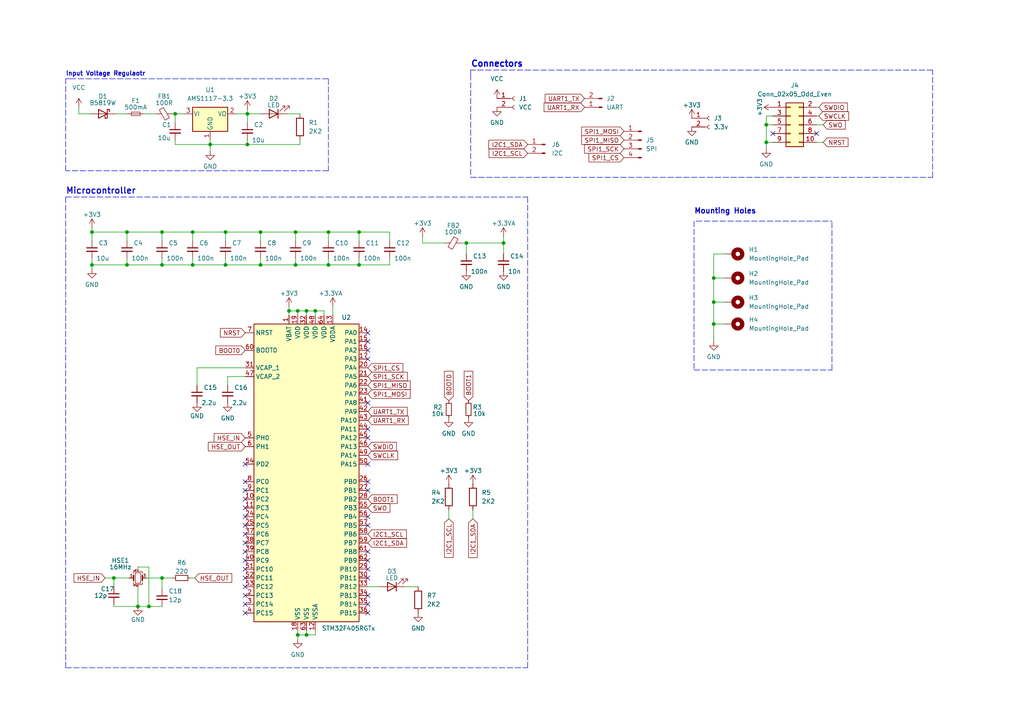
<source format=kicad_sch>
(kicad_sch (version 20211123) (generator eeschema)
  (paper "A4")
  (title_block (title "STM32F4 breakout") (date "2023-01-15") (rev "V1") (company "from Philip's Lab") (comment 1 "Hardware Desing"))
  (lib_symbols
    (symbol "+3.3V_1" (power) (pin_numbers hide) (pin_names (offset 0) hide)
      (property "Value" "+3.3V_1" (at 0 3.556 0))
      (symbol "+3.3V_1_0_1"
        (polyline (pts (xy -0.762 1.27) (xy 0 2.54)))
        (polyline (pts (xy 0 0) (xy 0 2.54)))
        (polyline (pts (xy 0 2.54) (xy 0.762 1.27)))
      )
      (symbol "+3.3V_1_1_1"
        (pin power_in line (at 0 0 90) (length 0) hide (name "+3V3") (number "1"))
      )
    )
    (symbol "Connector:Conn_01x02_Female" (pin_names (offset 1.016) hide)
      (property "Reference" "J" (at 0 2.54 0))
      (property "Value" "Conn_01x02_Female" (at 0 -5.08 0))
      (symbol "Conn_01x02_Female_1_1"
        (arc (start 0 -2.032) (mid -0.508 -2.54) (end 0 -3.048) (stroke (width 0.1524)))
        (polyline (pts (xy -1.27 -2.54) (xy -0.508 -2.54)) (stroke (width 0.1524)))
        (polyline (pts (xy -1.27 0) (xy -0.508 0)) (stroke (width 0.1524)))
        (arc (start 0 0.508) (mid -0.508 0) (end 0 -0.508) (stroke (width 0.1524)))
        (pin passive line (at -5.08 0 0) (length 3.81) (name "Pin_1") (number "1"))
        (pin passive line (at -5.08 -2.54 0) (length 3.81) (name "Pin_2") (number "2"))
      )
    )
    (symbol "Connector:Conn_01x02_Male" (pin_names (offset 1.016) hide)
      (property "Reference" "J" (at 0 2.54 0))
      (property "Value" "Conn_01x02_Male" (at 0 -5.08 0))
      (symbol "Conn_01x02_Male_1_1"
        (polyline (pts (xy 1.27 -2.54) (xy 0.8636 -2.54)) (stroke (width 0.1524)))
        (polyline (pts (xy 1.27 0) (xy 0.8636 0)) (stroke (width 0.1524)))
        (rectangle (start 0.8636 -2.413) (end 0 -2.667) (stroke (width 0.1524)) (fill (type outline)))
        (rectangle (start 0.8636 0.127) (end 0 -0.127) (stroke (width 0.1524)) (fill (type outline)))
        (pin passive line (at 5.08 0 180) (length 3.81) (name "Pin_1") (number "1"))
        (pin passive line (at 5.08 -2.54 180) (length 3.81) (name "Pin_2") (number "2"))
      )
    )
    (symbol "Connector:Conn_01x04_Male" (pin_names (offset 1.016) hide)
      (property "Reference" "J" (at 0 5.08 0))
      (property "Value" "Conn_01x04_Male" (at 0 -7.62 0))
      (symbol "Conn_01x04_Male_1_1"
        (polyline (pts (xy 1.27 -5.08) (xy 0.8636 -5.08)) (stroke (width 0.1524)))
        (polyline (pts (xy 1.27 -2.54) (xy 0.8636 -2.54)) (stroke (width 0.1524)))
        (polyline (pts (xy 1.27 0) (xy 0.8636 0)) (stroke (width 0.1524)))
        (polyline (pts (xy 1.27 2.54) (xy 0.8636 2.54)) (stroke (width 0.1524)))
        (rectangle (start 0.8636 -4.953) (end 0 -5.207) (stroke (width 0.1524)) (fill (type outline)))
        (rectangle (start 0.8636 -2.413) (end 0 -2.667) (stroke (width 0.1524)) (fill (type outline)))
        (rectangle (start 0.8636 0.127) (end 0 -0.127) (stroke (width 0.1524)) (fill (type outline)))
        (rectangle (start 0.8636 2.667) (end 0 2.413) (stroke (width 0.1524)) (fill (type outline)))
        (pin passive line (at 5.08 2.54 180) (length 3.81) (name "Pin_1") (number "1"))
        (pin passive line (at 5.08 0 180) (length 3.81) (name "Pin_2") (number "2"))
        (pin passive line (at 5.08 -2.54 180) (length 3.81) (name "Pin_3") (number "3"))
        (pin passive line (at 5.08 -5.08 180) (length 3.81) (name "Pin_4") (number "4"))
      )
    )
    (symbol "Connector_Generic:Conn_02x05_Odd_Even" (pin_names (offset 1.016) hide)
      (property "Reference" "J" (at 1.27 7.62 0))
      (property "Value" "Conn_02x05_Odd_Even" (at 1.27 -7.62 0))
      (symbol "Conn_02x05_Odd_Even_1_1"
        (rectangle (start -1.27 -4.953) (end 0 -5.207) (stroke (width 0.1524)))
        (rectangle (start -1.27 -2.413) (end 0 -2.667) (stroke (width 0.1524)))
        (rectangle (start -1.27 0.127) (end 0 -0.127) (stroke (width 0.1524)))
        (rectangle (start -1.27 2.667) (end 0 2.413) (stroke (width 0.1524)))
        (rectangle (start -1.27 5.207) (end 0 4.953) (stroke (width 0.1524)))
        (rectangle (start -1.27 6.35) (end 3.81 -6.35) (stroke (width 0.254)) (fill (type background)))
        (rectangle (start 3.81 -4.953) (end 2.54 -5.207) (stroke (width 0.1524)))
        (rectangle (start 3.81 -2.413) (end 2.54 -2.667) (stroke (width 0.1524)))
        (rectangle (start 3.81 0.127) (end 2.54 -0.127) (stroke (width 0.1524)))
        (rectangle (start 3.81 2.667) (end 2.54 2.413) (stroke (width 0.1524)))
        (rectangle (start 3.81 5.207) (end 2.54 4.953) (stroke (width 0.1524)))
        (pin passive line (at -5.08 5.08 0) (length 3.81) (name "Pin_1") (number "1"))
        (pin passive line (at 7.62 -5.08 180) (length 3.81) (name "Pin_10") (number "10"))
        (pin passive line (at 7.62 5.08 180) (length 3.81) (name "Pin_2") (number "2"))
        (pin passive line (at -5.08 2.54 0) (length 3.81) (name "Pin_3") (number "3"))
        (pin passive line (at 7.62 2.54 180) (length 3.81) (name "Pin_4") (number "4"))
        (pin passive line (at -5.08 0 0) (length 3.81) (name "Pin_5") (number "5"))
        (pin passive line (at 7.62 0 180) (length 3.81) (name "Pin_6") (number "6"))
        (pin passive line (at -5.08 -2.54 0) (length 3.81) (name "Pin_7") (number "7"))
        (pin passive line (at 7.62 -2.54 180) (length 3.81) (name "Pin_8") (number "8"))
        (pin passive line (at -5.08 -5.08 0) (length 3.81) (name "Pin_9") (number "9"))
      )
    )
    (symbol "Device:C_Small" (pin_numbers hide) (pin_names (offset 0.254) hide)
      (property "Reference" "C" (at 0.254 1.778 0))
      (property "Value" "C_Small" (at 0.254 -2.032 0))
      (symbol "C_Small_0_1"
        (polyline (pts (xy -1.524 -0.508) (xy 1.524 -0.508)) (stroke (width 0.3302)))
        (polyline (pts (xy -1.524 0.508) (xy 1.524 0.508)) (stroke (width 0.3048)))
      )
      (symbol "C_Small_1_1"
        (pin passive line (at 0 2.54 270) (length 2.032) (name "~") (number "1"))
        (pin passive line (at 0 -2.54 90) (length 2.032) (name "~") (number "2"))
      )
    )
    (symbol "Device:Crystal_GND24_Small" (pin_names (offset 1.016) hide)
      (property "Reference" "Y" (at 1.27 4.445 0))
      (property "Value" "Crystal_GND24_Small" (at 1.27 2.54 0))
      (symbol "Crystal_GND24_Small_0_1"
        (rectangle (start -0.762 -1.524) (end 0.762 1.524))
        (polyline (pts (xy -1.27 -0.762) (xy -1.27 0.762)) (stroke (width 0.381)))
        (polyline (pts (xy 1.27 -0.762) (xy 1.27 0.762)) (stroke (width 0.381)))
        (polyline (pts (xy -1.27 -1.27) (xy -1.27 -1.905) (xy 1.27 -1.905) (xy 1.27 -1.27)))
        (polyline (pts (xy -1.27 1.27) (xy -1.27 1.905) (xy 1.27 1.905) (xy 1.27 1.27)))
      )
      (symbol "Crystal_GND24_Small_1_1"
        (pin passive line (at -2.54 0 0) (length 1.27) (name "1") (number "1"))
        (pin passive line (at 0 -2.54 90) (length 0.635) (name "2") (number "2"))
        (pin passive line (at 2.54 0 180) (length 1.27) (name "3") (number "3"))
        (pin passive line (at 0 2.54 270) (length 0.635) (name "4") (number "4"))
      )
    )
    (symbol "Device:FerriteBead_Small" (pin_numbers hide) (pin_names (offset 0))
      (property "Reference" "FB" (at 1.905 1.27 0))
      (property "Value" "FerriteBead_Small" (at 1.905 -1.27 0))
      (symbol "FerriteBead_Small_0_1"
        (polyline (pts (xy 0 -1.27) (xy 0 -0.7874)))
        (polyline (pts (xy 0 0.889) (xy 0 1.2954)))
        (polyline (pts (xy -1.8288 0.2794) (xy -1.1176 1.4986) (xy 1.8288 -0.2032) (xy 1.1176 -1.4224) (xy -1.8288 0.2794)))
      )
      (symbol "FerriteBead_Small_1_1"
        (pin passive line (at 0 2.54 270) (length 1.27) (name "~") (number "1"))
        (pin passive line (at 0 -2.54 90) (length 1.27) (name "~") (number "2"))
      )
    )
    (symbol "Device:Fuse_Small" (pin_numbers hide) (pin_names (offset 0.254) hide)
      (property "Reference" "F" (at 0 -1.524 0))
      (property "Value" "Fuse_Small" (at 0 1.524 0))
      (symbol "Fuse_Small_0_1"
        (rectangle (start -1.27 0.508) (end 1.27 -0.508))
        (polyline (pts (xy -1.27 0) (xy 1.27 0)))
      )
      (symbol "Fuse_Small_1_1"
        (pin passive line (at -2.54 0 0) (length 1.27) (name "~") (number "1"))
        (pin passive line (at 2.54 0 180) (length 1.27) (name "~") (number "2"))
      )
    )
    (symbol "Device:LED" (pin_numbers hide) (pin_names (offset 1.016) hide)
      (property "Reference" "D" (at 0 2.54 0))
      (property "Value" "LED" (at 0 -2.54 0))
      (symbol "LED_0_1"
        (polyline (pts (xy -1.27 -1.27) (xy -1.27 1.27)) (stroke (width 0.254)))
        (polyline (pts (xy -1.27 0) (xy 1.27 0)))
        (polyline (pts (xy 1.27 -1.27) (xy 1.27 1.27) (xy -1.27 0) (xy 1.27 -1.27)) (stroke (width 0.254)))
        (polyline (pts (xy -3.048 -0.762) (xy -4.572 -2.286) (xy -3.81 -2.286) (xy -4.572 -2.286) (xy -4.572 -1.524)))
        (polyline (pts (xy -1.778 -0.762) (xy -3.302 -2.286) (xy -2.54 -2.286) (xy -3.302 -2.286) (xy -3.302 -1.524)))
      )
      (symbol "LED_1_1"
        (pin passive line (at -3.81 0 0) (length 2.54) (name "K") (number "1"))
        (pin passive line (at 3.81 0 180) (length 2.54) (name "A") (number "2"))
      )
    )
    (symbol "Device:R" (pin_numbers hide) (pin_names (offset 0))
      (property "Reference" "R" (at 2.032 0 90))
      (property "Value" "R" (at 0 0 90))
      (symbol "R_0_1"
        (rectangle (start -1.016 -2.54) (end 1.016 2.54) (stroke (width 0.254)))
      )
      (symbol "R_1_1"
        (pin passive line (at 0 3.81 270) (length 1.27) (name "~") (number "1"))
        (pin passive line (at 0 -3.81 90) (length 1.27) (name "~") (number "2"))
      )
    )
    (symbol "Device:R_Small" (pin_numbers hide) (pin_names (offset 0.254) hide)
      (property "Reference" "R" (at 0.762 0.508 0))
      (property "Value" "R_Small" (at 0.762 -1.016 0))
      (symbol "R_Small_0_1"
        (rectangle (start -0.762 1.778) (end 0.762 -1.778) (stroke (width 0.2032)))
      )
      (symbol "R_Small_1_1"
        (pin passive line (at 0 2.54 270) (length 0.762) (name "~") (number "1"))
        (pin passive line (at 0 -2.54 90) (length 0.762) (name "~") (number "2"))
      )
    )
    (symbol "Diode:DSB5712" (pin_numbers hide) (pin_names (offset 1.016) hide)
      (property "Reference" "D" (at 0 2.54 0))
      (property "Value" "DSB5712" (at 0 -2.54 0))
      (symbol "DSB5712_0_1"
        (polyline (pts (xy 1.27 0) (xy -1.27 0)))
        (polyline (pts (xy 1.27 1.27) (xy 1.27 -1.27) (xy -1.27 0) (xy 1.27 1.27)) (stroke (width 0.254)))
        (polyline (pts (xy -1.905 0.635) (xy -1.905 1.27) (xy -1.27 1.27) (xy -1.27 -1.27) (xy -0.635 -1.27) (xy -0.635 -0.635)) (stroke (width 0.254)))
      )
      (symbol "DSB5712_1_1"
        (pin passive line (at -3.81 0 0) (length 2.54) (name "K") (number "1"))
        (pin passive line (at 3.81 0 180) (length 2.54) (name "A") (number "2"))
      )
    )
    (symbol "MCU_ST_STM32F4:STM32F405RGTx"
      (property "Reference" "U" (at -15.24 44.45 0))
      (property "Value" "STM32F405RGTx" (at 10.16 44.45 0))
      (symbol "STM32F405RGTx_0_1"
        (rectangle (start -15.24 -43.18) (end 15.24 43.18) (stroke (width 0.254)) (fill (type background)))
      )
      (symbol "STM32F405RGTx_1_1"
        (pin power_in line (at -5.08 45.72 270) (length 2.54) (name "VBAT") (number "1"))
        (pin bidirectional line (at -17.78 -7.62 0) (length 2.54) (name "PC2") (number "10"))
        (pin bidirectional line (at -17.78 -10.16 0) (length 2.54) (name "PC3") (number "11"))
        (pin power_in line (at 2.54 -45.72 90) (length 2.54) (name "VSSA") (number "12"))
        (pin power_in line (at 7.62 45.72 270) (length 2.54) (name "VDDA") (number "13"))
        (pin bidirectional line (at 17.78 40.64 180) (length 2.54) (name "PA0") (number "14"))
        (pin bidirectional line (at 17.78 38.1 180) (length 2.54) (name "PA1") (number "15"))
        (pin bidirectional line (at 17.78 35.56 180) (length 2.54) (name "PA2") (number "16"))
        (pin bidirectional line (at 17.78 33.02 180) (length 2.54) (name "PA3") (number "17"))
        (pin power_in line (at -2.54 -45.72 90) (length 2.54) (name "VSS") (number "18"))
        (pin power_in line (at -2.54 45.72 270) (length 2.54) (name "VDD") (number "19"))
        (pin bidirectional line (at -17.78 -35.56 0) (length 2.54) (name "PC13") (number "2"))
        (pin bidirectional line (at 17.78 30.48 180) (length 2.54) (name "PA4") (number "20"))
        (pin bidirectional line (at 17.78 27.94 180) (length 2.54) (name "PA5") (number "21"))
        (pin bidirectional line (at 17.78 25.4 180) (length 2.54) (name "PA6") (number "22"))
        (pin bidirectional line (at 17.78 22.86 180) (length 2.54) (name "PA7") (number "23"))
        (pin bidirectional line (at -17.78 -12.7 0) (length 2.54) (name "PC4") (number "24"))
        (pin bidirectional line (at -17.78 -15.24 0) (length 2.54) (name "PC5") (number "25"))
        (pin bidirectional line (at 17.78 -2.54 180) (length 2.54) (name "PB0") (number "26"))
        (pin bidirectional line (at 17.78 -5.08 180) (length 2.54) (name "PB1") (number "27"))
        (pin bidirectional line (at 17.78 -7.62 180) (length 2.54) (name "PB2") (number "28"))
        (pin bidirectional line (at 17.78 -27.94 180) (length 2.54) (name "PB10") (number "29"))
        (pin bidirectional line (at -17.78 -38.1 0) (length 2.54) (name "PC14") (number "3"))
        (pin bidirectional line (at 17.78 -30.48 180) (length 2.54) (name "PB11") (number "30"))
        (pin power_in line (at -17.78 30.48 0) (length 2.54) (name "VCAP_1") (number "31"))
        (pin power_in line (at 0 45.72 270) (length 2.54) (name "VDD") (number "32"))
        (pin bidirectional line (at 17.78 -33.02 180) (length 2.54) (name "PB12") (number "33"))
        (pin bidirectional line (at 17.78 -35.56 180) (length 2.54) (name "PB13") (number "34"))
        (pin bidirectional line (at 17.78 -38.1 180) (length 2.54) (name "PB14") (number "35"))
        (pin bidirectional line (at 17.78 -40.64 180) (length 2.54) (name "PB15") (number "36"))
        (pin bidirectional line (at -17.78 -17.78 0) (length 2.54) (name "PC6") (number "37"))
        (pin bidirectional line (at -17.78 -20.32 0) (length 2.54) (name "PC7") (number "38"))
        (pin bidirectional line (at -17.78 -22.86 0) (length 2.54) (name "PC8") (number "39"))
        (pin bidirectional line (at -17.78 -40.64 0) (length 2.54) (name "PC15") (number "4"))
        (pin bidirectional line (at -17.78 -25.4 0) (length 2.54) (name "PC9") (number "40"))
        (pin bidirectional line (at 17.78 20.32 180) (length 2.54) (name "PA8") (number "41"))
        (pin bidirectional line (at 17.78 17.78 180) (length 2.54) (name "PA9") (number "42"))
        (pin bidirectional line (at 17.78 15.24 180) (length 2.54) (name "PA10") (number "43"))
        (pin bidirectional line (at 17.78 12.7 180) (length 2.54) (name "PA11") (number "44"))
        (pin bidirectional line (at 17.78 10.16 180) (length 2.54) (name "PA12") (number "45"))
        (pin bidirectional line (at 17.78 7.62 180) (length 2.54) (name "PA13") (number "46"))
        (pin power_in line (at -17.78 27.94 0) (length 2.54) (name "VCAP_2") (number "47"))
        (pin power_in line (at 2.54 45.72 270) (length 2.54) (name "VDD") (number "48"))
        (pin bidirectional line (at 17.78 5.08 180) (length 2.54) (name "PA14") (number "49"))
        (pin input line (at -17.78 10.16 0) (length 2.54) (name "PH0") (number "5"))
        (pin bidirectional line (at 17.78 2.54 180) (length 2.54) (name "PA15") (number "50"))
        (pin bidirectional line (at -17.78 -27.94 0) (length 2.54) (name "PC10") (number "51"))
        (pin bidirectional line (at -17.78 -30.48 0) (length 2.54) (name "PC11") (number "52"))
        (pin bidirectional line (at -17.78 -33.02 0) (length 2.54) (name "PC12") (number "53"))
        (pin bidirectional line (at -17.78 2.54 0) (length 2.54) (name "PD2") (number "54"))
        (pin bidirectional line (at 17.78 -10.16 180) (length 2.54) (name "PB3") (number "55"))
        (pin bidirectional line (at 17.78 -12.7 180) (length 2.54) (name "PB4") (number "56"))
        (pin bidirectional line (at 17.78 -15.24 180) (length 2.54) (name "PB5") (number "57"))
        (pin bidirectional line (at 17.78 -17.78 180) (length 2.54) (name "PB6") (number "58"))
        (pin bidirectional line (at 17.78 -20.32 180) (length 2.54) (name "PB7") (number "59"))
        (pin input line (at -17.78 7.62 0) (length 2.54) (name "PH1") (number "6"))
        (pin input line (at -17.78 35.56 0) (length 2.54) (name "BOOT0") (number "60"))
        (pin bidirectional line (at 17.78 -22.86 180) (length 2.54) (name "PB8") (number "61"))
        (pin bidirectional line (at 17.78 -25.4 180) (length 2.54) (name "PB9") (number "62"))
        (pin power_in line (at 0 -45.72 90) (length 2.54) (name "VSS") (number "63"))
        (pin power_in line (at 5.08 45.72 270) (length 2.54) (name "VDD") (number "64"))
        (pin input line (at -17.78 40.64 0) (length 2.54) (name "NRST") (number "7"))
        (pin bidirectional line (at -17.78 -2.54 0) (length 2.54) (name "PC0") (number "8"))
        (pin bidirectional line (at -17.78 -5.08 0) (length 2.54) (name "PC1") (number "9"))
      )
    )
    (symbol "Mechanical:MountingHole_Pad" (pin_numbers hide) (pin_names (offset 1.016) hide)
      (property "Reference" "H" (at 0 6.35 0))
      (property "Value" "MountingHole_Pad" (at 0 4.445 0))
      (symbol "MountingHole_Pad_0_1"
        (circle (center 0 1.27) (radius 1.27) (stroke (width 1.27)))
      )
      (symbol "MountingHole_Pad_1_1"
        (pin input line (at 0 -2.54 90) (length 2.54) (name "1") (number "1"))
      )
    )
    (symbol "Regulator_Linear:AMS1117-3.3" (pin_names (offset 0.254))
      (property "Reference" "U" (at -3.81 3.175 0))
      (property "Value" "AMS1117-3.3" (at 0 3.175 0))
      (symbol "AMS1117-3.3_0_1"
        (rectangle (start -5.08 -5.08) (end 5.08 1.905) (stroke (width 0.254)) (fill (type background)))
      )
      (symbol "AMS1117-3.3_1_1"
        (pin power_in line (at 0 -7.62 90) (length 2.54) (name "GND") (number "1"))
        (pin power_out line (at 7.62 0 180) (length 2.54) (name "VO") (number "2"))
        (pin power_in line (at -7.62 0 0) (length 2.54) (name "VI") (number "3"))
      )
    )
    (symbol "VCC_1" (power) (pin_numbers hide) (pin_names (offset 0) hide)
      (property "Value" "VCC_1" (at 0 3.81 0))
      (symbol "VCC_1_0_1"
        (polyline (pts (xy -0.762 1.27) (xy 0 2.54)))
        (polyline (pts (xy 0 0) (xy 0 2.54)))
        (polyline (pts (xy 0 2.54) (xy 0.762 1.27)))
      )
      (symbol "VCC_1_1_1"
        (pin power_in line (at 0 0 90) (length 0) hide (name "VCC") (number "1"))
      )
    )
    (symbol "power:+3.3V" (power) (pin_names (offset 0))
      (property "Value" "+3.3V" (at 0 3.556 0))
      (symbol "+3.3V_0_1"
        (polyline (pts (xy -0.762 1.27) (xy 0 2.54)))
        (polyline (pts (xy 0 0) (xy 0 2.54)))
        (polyline (pts (xy 0 2.54) (xy 0.762 1.27)))
      )
      (symbol "+3.3V_1_1"
        (pin power_in line (at 0 0 90) (length 0) hide (name "+3V3") (number "1"))
      )
    )
    (symbol "power:+3.3VA" (power) (pin_numbers hide) (pin_names (offset 0) hide)
      (property "Value" "+3.3VA" (at 0 3.556 0))
      (symbol "+3.3VA_0_1"
        (polyline (pts (xy -0.762 1.27) (xy 0 2.54)))
        (polyline (pts (xy 0 0) (xy 0 2.54)))
        (polyline (pts (xy 0 2.54) (xy 0.762 1.27)))
      )
      (symbol "+3.3VA_1_1"
        (pin power_in line (at 0 0 90) (length 0) hide (name "+3.3VA") (number "1"))
      )
    )
    (symbol "power:GND" (power) (pin_numbers hide) (pin_names (offset 0) hide)
      (property "Value" "GND" (at 0 -3.81 0))
      (symbol "GND_0_1"
        (polyline (pts (xy 0 0) (xy 0 -1.27) (xy 1.27 -1.27) (xy 0 -2.54) (xy -1.27 -1.27) (xy 0 -1.27)))
      )
      (symbol "GND_1_1"
        (pin power_in line (at 0 0 270) (length 0) hide (name "GND") (number "1"))
      )
    )
    (symbol "power:VCC" (power) (pin_names (offset 0))
      (property "Value" "VCC" (at 0 3.81 0))
      (symbol "VCC_0_1"
        (polyline (pts (xy -0.762 1.27) (xy 0 2.54)))
        (polyline (pts (xy 0 0) (xy 0 2.54)))
        (polyline (pts (xy 0 2.54) (xy 0.762 1.27)))
      )
      (symbol "VCC_1_1"
        (pin power_in line (at 0 0 90) (length 0) hide (name "VCC") (number "1"))
      )
    )
  )
  (junction (at 36.83 76.835))
  (junction (at 104.14 76.835))
  (junction (at 135.255 70.485))
  (junction (at 65.405 76.835))
  (junction (at 207.01 93.98))
  (junction (at 88.9 184.15))
  (junction (at 104.14 67.31))
  (junction (at 46.99 167.64))
  (junction (at 50.8 33.02))
  (junction (at 46.99 76.835))
  (junction (at 222.25 36.195))
  (junction (at 91.44 90.17))
  (junction (at 33.02 167.64))
  (junction (at 26.67 76.835))
  (junction (at 207.01 87.63))
  (junction (at 85.725 67.31))
  (junction (at 88.9 90.17))
  (junction (at 95.25 76.835))
  (junction (at 146.05 70.485))
  (junction (at 46.99 67.31))
  (junction (at 71.755 41.91))
  (junction (at 222.25 41.275))
  (junction (at 207.01 80.645))
  (junction (at 86.36 184.15))
  (junction (at 95.25 67.31))
  (junction (at 40.005 175.895))
  (junction (at 55.88 67.31))
  (junction (at 43.18 175.895))
  (junction (at 55.88 76.835))
  (junction (at 71.755 33.02))
  (junction (at 36.83 67.31))
  (junction (at 26.67 67.31))
  (junction (at 75.565 76.835))
  (junction (at 85.725 76.835))
  (junction (at 75.565 67.31))
  (junction (at 86.36 90.17))
  (junction (at 83.82 90.17))
  (junction (at 60.96 41.91))
  (junction (at 65.405 67.31))
  (no_connect (at 106.68 162.56))
  (no_connect (at 71.12 152.4))
  (no_connect (at 106.68 101.6))
  (no_connect (at 71.12 160.02))
  (no_connect (at 71.12 147.32))
  (no_connect (at 71.12 177.8))
  (no_connect (at 106.68 142.24))
  (no_connect (at 71.12 167.64))
  (no_connect (at 224.155 38.735))
  (no_connect (at 71.12 144.78))
  (no_connect (at 106.68 99.06))
  (no_connect (at 106.68 124.46))
  (no_connect (at 106.68 152.4))
  (no_connect (at 106.68 134.62))
  (no_connect (at 71.12 157.48))
  (no_connect (at 106.68 172.72))
  (no_connect (at 71.12 139.7))
  (no_connect (at 106.68 116.84))
  (no_connect (at 106.68 127))
  (no_connect (at 106.68 96.52))
  (no_connect (at 106.68 175.26))
  (no_connect (at 106.68 149.86))
  (no_connect (at 71.12 149.86))
  (no_connect (at 106.68 177.8))
  (no_connect (at 106.68 167.64))
  (no_connect (at 71.12 175.26))
  (no_connect (at 71.12 162.56))
  (no_connect (at 106.68 165.1))
  (no_connect (at 71.12 154.94))
  (no_connect (at 71.12 172.72))
  (no_connect (at 106.68 160.02))
  (no_connect (at 71.12 170.18))
  (no_connect (at 106.68 139.7))
  (no_connect (at 71.12 165.1))
  (no_connect (at 106.68 104.14))
  (no_connect (at 71.12 134.62))
  (no_connect (at 71.12 142.24))
  (no_connect (at 236.855 38.735))
  (wire (pts (xy 83.82 90.17) (xy 86.36 90.17)))
  (wire (pts (xy 85.725 74.93) (xy 85.725 76.835)))
  (wire (pts (xy 146.05 70.485) (xy 146.05 73.66)))
  (wire (pts (xy 106.68 170.18) (xy 109.855 170.18)))
  (wire (pts (xy 224.155 33.655) (xy 222.25 33.655)))
  (wire (pts (xy 68.58 33.02) (xy 71.755 33.02)))
  (wire (pts (xy 95.25 67.31) (xy 104.14 67.31)))
  (polyline (pts (xy 95.25 49.53) (xy 76.835 49.53)))
  (wire (pts (xy 40.005 165.1) (xy 40.005 164.465)))
  (polyline (pts (xy 136.525 21.59) (xy 136.525 51.435)))
  (wire (pts (xy 85.725 76.835) (xy 95.25 76.835)))
  (wire (pts (xy 26.67 66.04) (xy 26.67 67.31)))
  (wire (pts (xy 33.02 175.895) (xy 40.005 175.895)))
  (wire (pts (xy 33.02 167.64) (xy 33.02 170.18)))
  (wire (pts (xy 55.88 76.835) (xy 65.405 76.835)))
  (wire (pts (xy 83.82 88.9) (xy 83.82 90.17)))
  (polyline (pts (xy 201.295 107.315) (xy 241.3 107.315)))
  (wire (pts (xy 236.855 33.655) (xy 237.49 33.655)))
  (wire (pts (xy 88.9 184.15) (xy 86.36 184.15)))
  (wire (pts (xy 55.245 167.64) (xy 56.515 167.64)))
  (wire (pts (xy 40.005 170.18) (xy 40.005 175.895)))
  (wire (pts (xy 207.01 87.63) (xy 207.01 93.98)))
  (wire (pts (xy 65.405 76.835) (xy 75.565 76.835)))
  (wire (pts (xy 113.03 67.31) (xy 113.03 69.85)))
  (wire (pts (xy 236.855 41.275) (xy 238.76 41.275)))
  (polyline (pts (xy 201.93 64.135) (xy 241.3 64.135)))
  (wire (pts (xy 135.255 70.485) (xy 146.05 70.485)))
  (wire (pts (xy 46.99 167.64) (xy 46.99 170.815)))
  (polyline (pts (xy 19.05 193.675) (xy 153.035 193.675)))
  (wire (pts (xy 236.855 36.195) (xy 238.76 36.195)))
  (wire (pts (xy 50.165 33.02) (xy 50.8 33.02)))
  (wire (pts (xy 46.99 76.835) (xy 55.88 76.835)))
  (wire (pts (xy 57.15 106.68) (xy 57.15 111.76)))
  (wire (pts (xy 71.755 41.91) (xy 60.96 41.91)))
  (wire (pts (xy 113.03 74.93) (xy 113.03 76.835)))
  (wire (pts (xy 113.03 76.835) (xy 104.14 76.835)))
  (wire (pts (xy 36.83 74.93) (xy 36.83 76.835)))
  (wire (pts (xy 236.855 31.115) (xy 237.49 31.115)))
  (polyline (pts (xy 77.47 49.53) (xy 19.05 49.53)))
  (wire (pts (xy 22.86 33.02) (xy 26.035 33.02)))
  (wire (pts (xy 50.8 33.02) (xy 53.34 33.02)))
  (wire (pts (xy 85.725 67.31) (xy 85.725 69.85)))
  (wire (pts (xy 88.9 182.88) (xy 88.9 184.15)))
  (polyline (pts (xy 153.035 193.675) (xy 153.035 57.15)))
  (wire (pts (xy 43.18 164.465) (xy 43.18 175.895)))
  (wire (pts (xy 86.36 90.17) (xy 88.9 90.17)))
  (wire (pts (xy 71.12 109.22) (xy 66.04 109.22)))
  (wire (pts (xy 86.36 184.15) (xy 86.36 185.42)))
  (wire (pts (xy 40.005 164.465) (xy 43.18 164.465)))
  (polyline (pts (xy 241.3 107.315) (xy 241.3 64.135)))
  (wire (pts (xy 210.185 73.66) (xy 207.01 73.66)))
  (wire (pts (xy 60.96 40.64) (xy 60.96 41.91)))
  (wire (pts (xy 91.44 182.88) (xy 91.44 184.15)))
  (wire (pts (xy 222.25 36.195) (xy 224.155 36.195)))
  (wire (pts (xy 91.44 90.17) (xy 91.44 91.44)))
  (wire (pts (xy 207.01 93.98) (xy 210.185 93.98)))
  (wire (pts (xy 75.565 74.93) (xy 75.565 76.835)))
  (wire (pts (xy 33.02 175.895) (xy 33.02 175.26)))
  (wire (pts (xy 95.25 67.31) (xy 95.25 69.85)))
  (wire (pts (xy 46.99 167.64) (xy 50.165 167.64)))
  (polyline (pts (xy 201.295 64.135) (xy 201.295 107.315)))
  (wire (pts (xy 207.01 80.645) (xy 210.185 80.645)))
  (wire (pts (xy 65.405 67.31) (xy 75.565 67.31)))
  (wire (pts (xy 75.565 67.31) (xy 75.565 69.85)))
  (polyline (pts (xy 20.32 22.86) (xy 77.47 22.86)))
  (wire (pts (xy 71.755 33.02) (xy 71.755 35.56)))
  (wire (pts (xy 26.67 67.31) (xy 36.83 67.31)))
  (polyline (pts (xy 136.525 20.32) (xy 136.525 22.225)))
  (wire (pts (xy 207.01 93.98) (xy 207.01 99.06)))
  (wire (pts (xy 137.16 147.955) (xy 137.16 150.495)))
  (wire (pts (xy 133.985 70.485) (xy 135.255 70.485)))
  (wire (pts (xy 50.8 33.02) (xy 50.8 35.56)))
  (wire (pts (xy 222.25 41.275) (xy 222.25 43.18)))
  (wire (pts (xy 122.555 68.58) (xy 122.555 70.485)))
  (wire (pts (xy 71.755 33.02) (xy 75.565 33.02)))
  (wire (pts (xy 46.99 175.895) (xy 43.18 175.895)))
  (wire (pts (xy 104.14 67.31) (xy 104.14 69.85)))
  (wire (pts (xy 55.88 74.93) (xy 55.88 76.835)))
  (polyline (pts (xy 19.05 49.53) (xy 19.05 22.86)))
  (wire (pts (xy 222.25 33.655) (xy 222.25 36.195)))
  (wire (pts (xy 85.725 67.31) (xy 95.25 67.31)))
  (wire (pts (xy 146.05 68.58) (xy 146.05 70.485)))
  (wire (pts (xy 30.48 167.64) (xy 33.02 167.64)))
  (wire (pts (xy 46.99 74.93) (xy 46.99 76.835)))
  (polyline (pts (xy 136.525 51.435) (xy 270.51 51.435)))
  (wire (pts (xy 36.83 67.31) (xy 46.99 67.31)))
  (wire (pts (xy 65.405 69.85) (xy 65.405 67.31)))
  (wire (pts (xy 55.88 67.31) (xy 65.405 67.31)))
  (wire (pts (xy 96.52 88.9) (xy 96.52 91.44)))
  (wire (pts (xy 71.12 106.68) (xy 57.15 106.68)))
  (wire (pts (xy 55.88 69.85) (xy 55.88 67.31)))
  (wire (pts (xy 83.82 90.17) (xy 83.82 91.44)))
  (wire (pts (xy 91.44 90.17) (xy 93.98 90.17)))
  (wire (pts (xy 36.83 76.835) (xy 46.99 76.835)))
  (wire (pts (xy 207.01 80.645) (xy 207.01 87.63)))
  (wire (pts (xy 83.185 33.02) (xy 86.995 33.02)))
  (wire (pts (xy 207.01 73.66) (xy 207.01 80.645)))
  (polyline (pts (xy 77.47 22.86) (xy 95.25 22.86)))
  (polyline (pts (xy 19.05 57.15) (xy 19.05 193.675)))
  (wire (pts (xy 86.36 90.17) (xy 86.36 91.44)))
  (wire (pts (xy 46.99 67.31) (xy 46.99 69.85)))
  (wire (pts (xy 113.03 67.31) (xy 104.14 67.31)))
  (wire (pts (xy 26.67 74.93) (xy 26.67 76.835)))
  (wire (pts (xy 122.555 70.485) (xy 128.905 70.485)))
  (wire (pts (xy 130.175 147.955) (xy 130.175 150.495)))
  (wire (pts (xy 222.25 36.195) (xy 222.25 41.275)))
  (wire (pts (xy 26.67 76.835) (xy 26.67 78.105)))
  (wire (pts (xy 222.25 41.275) (xy 224.155 41.275)))
  (wire (pts (xy 75.565 67.31) (xy 85.725 67.31)))
  (polyline (pts (xy 19.05 57.15) (xy 153.035 57.15)))
  (wire (pts (xy 36.83 69.85) (xy 36.83 67.31)))
  (wire (pts (xy 65.405 74.93) (xy 65.405 76.835)))
  (wire (pts (xy 26.67 69.85) (xy 26.67 67.31)))
  (wire (pts (xy 93.98 90.17) (xy 93.98 91.44)))
  (wire (pts (xy 60.96 41.91) (xy 60.96 43.815)))
  (polyline (pts (xy 19.05 22.86) (xy 20.32 22.86)))
  (wire (pts (xy 207.01 87.63) (xy 210.185 87.63)))
  (wire (pts (xy 135.255 70.485) (xy 135.255 73.66)))
  (wire (pts (xy 50.8 41.91) (xy 50.8 40.64)))
  (wire (pts (xy 95.25 74.93) (xy 95.25 76.835)))
  (wire (pts (xy 46.99 67.31) (xy 55.88 67.31)))
  (wire (pts (xy 26.67 76.835) (xy 36.83 76.835)))
  (wire (pts (xy 71.755 40.64) (xy 71.755 41.91)))
  (wire (pts (xy 66.04 109.22) (xy 66.04 111.76)))
  (polyline (pts (xy 270.51 20.32) (xy 136.525 20.32)))
  (polyline (pts (xy 270.51 51.435) (xy 270.51 20.32)))
  (wire (pts (xy 75.565 76.835) (xy 85.725 76.835)))
  (wire (pts (xy 40.005 175.895) (xy 43.18 175.895)))
  (wire (pts (xy 42.545 167.64) (xy 46.99 167.64)))
  (wire (pts (xy 33.655 33.02) (xy 36.83 33.02)))
  (wire (pts (xy 60.96 41.91) (xy 50.8 41.91)))
  (wire (pts (xy 86.36 182.88) (xy 86.36 184.15)))
  (wire (pts (xy 88.9 90.17) (xy 91.44 90.17)))
  (wire (pts (xy 86.995 41.91) (xy 71.755 41.91)))
  (wire (pts (xy 22.86 31.115) (xy 22.86 33.02)))
  (wire (pts (xy 86.995 40.64) (xy 86.995 41.91)))
  (wire (pts (xy 104.14 74.93) (xy 104.14 76.835)))
  (wire (pts (xy 71.755 31.75) (xy 71.755 33.02)))
  (wire (pts (xy 95.25 76.835) (xy 104.14 76.835)))
  (wire (pts (xy 88.9 90.17) (xy 88.9 91.44)))
  (wire (pts (xy 91.44 184.15) (xy 88.9 184.15)))
  (wire (pts (xy 41.91 33.02) (xy 45.085 33.02)))
  (wire (pts (xy 117.475 170.18) (xy 121.285 170.18)))
  (polyline (pts (xy 95.25 22.86) (xy 95.25 49.53)))
  (wire (pts (xy 33.02 167.64) (xy 37.465 167.64)))
  (text "Connectors\n" (at 136.525 19.685 0) (effects (font (size 1.778 1.778) bold) (justify left bottom)))
  (text "Input Voltage Regulaotr" (at 19.05 22.225 0) (effects (font (size 1.27 1.27) (thickness 0.254) bold) (justify left bottom)))
  (text "Mounting Holes\n" (at 201.295 62.23 0) (effects (font (size 1.524 1.524) (thickness 0.3048) bold) (justify left bottom)))
  (text "Microcontroller\n" (at 19.05 56.515 0) (effects (font (size 1.778 1.778) (thickness 0.3048) bold) (justify left bottom)))
  (global_label "I2C1_SDA" (shape input) (at 106.68 157.48 0) (property "Intersheet References" "${INTERSHEET_REFS}" (effects hide)))
  (global_label "SWCLK" (shape input) (at 237.49 33.655 0) (property "Intersheet References" "${INTERSHEET_REFS}" (effects hide)))
  (global_label "UART1_TX" (shape input) (at 169.545 28.575 180) (property "Intersheet References" "${INTERSHEET_REFS}" (effects hide)))
  (global_label "HSE_IN" (shape input) (at 30.48 167.64 180) (property "Intersheet References" "${INTERSHEET_REFS}" (effects hide)))
  (global_label "SWDIO" (shape input) (at 237.49 31.115 0) (property "Intersheet References" "${INTERSHEET_REFS}" (effects hide)))
  (global_label "I2C1_SDA" (shape input) (at 153.035 41.91 180) (property "Intersheet References" "${INTERSHEET_REFS}" (effects hide)))
  (global_label "SPI1_MOSI" (shape input) (at 106.68 114.3 0) (property "Intersheet References" "${INTERSHEET_REFS}" (effects hide)))
  (global_label "I2C1_SCL" (shape input) (at 130.175 150.495 270) (property "Intersheet References" "${INTERSHEET_REFS}" (effects hide)))
  (global_label "HSE_IN" (shape input) (at 71.12 127 180) (property "Intersheet References" "${INTERSHEET_REFS}" (effects hide)))
  (global_label "NRST" (shape input) (at 238.76 41.275 0) (property "Intersheet References" "${INTERSHEET_REFS}" (effects hide)))
  (global_label "I2C1_SDA" (shape input) (at 137.16 150.495 270) (property "Intersheet References" "${INTERSHEET_REFS}" (effects hide)))
  (global_label "SWDIO" (shape input) (at 106.68 129.54 0) (property "Intersheet References" "${INTERSHEET_REFS}" (effects hide)))
  (global_label "SWO" (shape input) (at 106.68 147.32 0) (property "Intersheet References" "${INTERSHEET_REFS}" (effects hide)))
  (global_label "HSE_OUT" (shape input) (at 56.515 167.64 0) (property "Intersheet References" "${INTERSHEET_REFS}" (effects hide)))
  (global_label "HSE_OUT" (shape input) (at 71.12 129.54 180) (property "Intersheet References" "${INTERSHEET_REFS}" (effects hide)))
  (global_label "SPI1_MISO" (shape input) (at 180.975 40.64 180) (property "Intersheet References" "${INTERSHEET_REFS}" (effects hide)))
  (global_label "UART1_TX" (shape input) (at 106.68 119.38 0) (property "Intersheet References" "${INTERSHEET_REFS}" (effects hide)))
  (global_label "SWCLK" (shape input) (at 106.68 132.08 0) (property "Intersheet References" "${INTERSHEET_REFS}" (effects hide)))
  (global_label "UART1_RX" (shape input) (at 169.545 31.115 180) (property "Intersheet References" "${INTERSHEET_REFS}" (effects hide)))
  (global_label "SPI1_SCK" (shape input) (at 180.975 43.18 180) (property "Intersheet References" "${INTERSHEET_REFS}" (effects hide)))
  (global_label "SPI1_MISO" (shape input) (at 106.68 111.76 0) (property "Intersheet References" "${INTERSHEET_REFS}" (effects hide)))
  (global_label "NRST" (shape input) (at 71.12 96.52 180) (property "Intersheet References" "${INTERSHEET_REFS}" (effects hide)))
  (global_label "I2C1_SCL" (shape input) (at 153.035 44.45 180) (property "Intersheet References" "${INTERSHEET_REFS}" (effects hide)))
  (global_label "BOOT0" (shape input) (at 130.175 116.205 90) (property "Intersheet References" "${INTERSHEET_REFS}" (effects hide)))
  (global_label "SPI1_MOSI" (shape input) (at 180.975 38.1 180) (property "Intersheet References" "${INTERSHEET_REFS}" (effects hide)))
  (global_label "SWO" (shape input) (at 238.76 36.195 0) (property "Intersheet References" "${INTERSHEET_REFS}" (effects hide)))
  (global_label "UART1_RX" (shape input) (at 106.68 121.92 0) (property "Intersheet References" "${INTERSHEET_REFS}" (effects hide)))
  (global_label "BOOT1" (shape input) (at 106.68 144.78 0) (property "Intersheet References" "${INTERSHEET_REFS}" (effects hide)))
  (global_label "BOOT1" (shape input) (at 135.89 116.205 90) (property "Intersheet References" "${INTERSHEET_REFS}" (effects hide)))
  (global_label "BOOT0" (shape input) (at 71.12 101.6 180) (property "Intersheet References" "${INTERSHEET_REFS}" (effects hide)))
  (global_label "SPI1_CS" (shape input) (at 106.68 106.68 0) (property "Intersheet References" "${INTERSHEET_REFS}" (effects hide)))
  (global_label "I2C1_SCL" (shape input) (at 106.68 154.94 0) (property "Intersheet References" "${INTERSHEET_REFS}" (effects hide)))
  (global_label "SPI1_SCK" (shape input) (at 106.68 109.22 0) (property "Intersheet References" "${INTERSHEET_REFS}" (effects hide)))
  (global_label "SPI1_CS" (shape input) (at 180.975 45.72 180) (property "Intersheet References" "${INTERSHEET_REFS}" (effects hide)))
  (symbol (lib_id "Device:R_Small") (at 130.175 118.745 180) (unit 1)
    (property "Reference" "R2" (at 127 118.11 0))
    (property "Value" "10k" (at 127 120.015 0))
    (property "Footprint" "Resistor_SMD:R_0402_1005Metric" (effects hide))
  )
  (symbol (lib_id "Device:Fuse_Small") (at 39.37 33.02 0) (unit 1)
    (property "Reference" "F1" (at 39.37 29.21 0))
    (property "Value" "500mA" (at 39.37 31.115 0))
    (property "Footprint" "Fuse:Fuse_0603_1608Metric" (effects hide))
  )
  (symbol (lib_id "power:GND") (at 40.005 175.895 0) (unit 1)
    (property "Reference" "#PWR023" (effects hide))
    (property "Value" "GND" (at 40.005 179.705 0))
  )
  (symbol (lib_id "power:GND") (at 146.05 78.74 0) (unit 1)
    (property "Reference" "#PWR015" (effects hide))
    (property "Value" "GND" (at 146.05 83.185 0))
  )
  (symbol (lib_id "Device:C_Small") (at 50.8 38.1 0) (unit 1)
    (property "Reference" "C1" (at 46.99 36.195 0) (effects (justify left)))
    (property "Value" "10u" (at 45.72 40.005 0) (effects (justify left)))
    (property "Footprint" "Capacitor_SMD:C_0805_2012Metric" (effects hide))
  )
  (symbol (lib_id "Device:Crystal_GND24_Small") (at 40.005 167.64 0) (unit 1)
    (property "Reference" "HSE1" (at 34.925 162.56 0))
    (property "Value" "16MHz" (at 34.925 164.465 0))
    (property "Footprint" "Crystal:Crystal_SMD_3225-4Pin_3.2x2.5mm" (effects hide))
  )
  (symbol (lib_id "Connector:Conn_01x02_Male") (at 174.625 31.115 180) (unit 1)
    (property "Reference" "J2" (at 175.895 28.5749 0) (effects (justify right)))
    (property "Value" "UART" (at 175.895 31.1149 0) (effects (justify right)))
    (property "Footprint" "Connector_PinHeader_2.54mm:PinHeader_1x02_P2.54mm_Vertical" (effects hide))
  )
  (symbol (lib_id "power:+3.3V") (at 26.67 66.04 0) (unit 1)
    (property "Reference" "#PWR010" (effects hide))
    (property "Value" "+3.3V" (at 26.67 62.23 0))
  )
  (symbol (lib_id "Device:C_Small") (at 104.14 72.39 0) (unit 1)
    (property "Reference" "C11" (at 106.045 70.485 0) (effects (justify left)))
    (property "Value" "100n" (at 105.41 74.93 0) (effects (justify left)))
    (property "Footprint" "Capacitor_SMD:C_0402_1005Metric" (effects hide))
  )
  (symbol (lib_id "Device:R") (at 86.995 36.83 0) (unit 1)
    (property "Reference" "R1" (at 89.535 35.5599 0) (effects (justify left)))
    (property "Value" "2K2" (at 89.535 38.0999 0) (effects (justify left)))
    (property "Footprint" "Resistor_SMD:R_0805_2012Metric" (effects hide))
  )
  (symbol (lib_id "power:GND") (at 60.96 43.815 0) (unit 1)
    (property "Reference" "#PWR09" (effects hide))
    (property "Value" "GND" (at 60.96 48.26 0))
  )
  (symbol (lib_id "Device:C_Small") (at 113.03 72.39 0) (unit 1)
    (property "Reference" "C12" (at 114.935 70.485 0) (effects (justify left)))
    (property "Value" "100n" (at 114.3 74.93 0) (effects (justify left)))
    (property "Footprint" "Capacitor_SMD:C_0402_1005Metric" (effects hide))
  )
  (symbol (lib_id "power:+3.3VA") (at 146.05 68.58 0) (unit 1)
    (property "Reference" "#PWR012" (effects hide))
    (property "Value" "+3.3VA" (at 146.05 64.77 0))
  )
  (symbol (lib_id "power:GND") (at 130.175 121.285 0) (unit 1)
    (property "Reference" "#PWR024" (effects hide))
    (property "Value" "GND" (at 130.175 125.73 0))
  )
  (symbol (lib_name "+3.3V_1") (lib_id "power:+3.3V") (at 83.82 88.9 0) (unit 1)
    (property "Reference" "#PWR016" (effects hide))
    (property "Value" "+3.3V" (at 83.82 85.09 0))
  )
  (symbol (lib_id "power:GND") (at 26.67 78.105 0) (unit 1)
    (property "Reference" "#PWR013" (effects hide))
    (property "Value" "GND" (at 26.67 82.55 0))
  )
  (symbol (lib_name "+3.3V_1") (lib_id "power:+3.3V") (at 137.16 140.335 0) (unit 1)
    (property "Reference" "#PWR020" (effects hide))
    (property "Value" "+3.3V" (at 137.16 136.525 0))
  )
  (symbol (lib_id "power:GND") (at 200.66 36.83 0) (unit 1)
    (property "Reference" "#PWR07" (effects hide))
    (property "Value" "GND" (at 200.66 41.275 0))
  )
  (symbol (lib_id "power:GND") (at 222.25 43.18 0) (unit 1)
    (property "Reference" "#PWR08" (effects hide))
    (property "Value" "GND" (at 222.25 47.625 0))
  )
  (symbol (lib_name "+3.3V_1") (lib_id "power:+3.3V") (at 200.66 34.29 0) (unit 1)
    (property "Reference" "#PWR06" (effects hide))
    (property "Value" "+3.3V" (at 200.66 30.48 0))
  )
  (symbol (lib_id "Mechanical:MountingHole_Pad") (at 212.725 80.645 270) (unit 1)
    (property "Reference" "H2" (at 217.17 79.3749 90) (effects (justify left)))
    (property "Value" "MountingHole_Pad" (at 217.17 81.9149 90) (effects (justify left)))
    (property "Footprint" "MountingHole:MountingHole_3mm_Pad_Via" (effects hide))
  )
  (symbol (lib_id "power:GND") (at 207.01 99.06 0) (unit 1)
    (property "Reference" "#PWR018" (effects hide))
    (property "Value" "GND" (at 207.01 103.505 0))
  )
  (symbol (lib_id "power:+3.3V") (at 71.755 31.75 0) (unit 1)
    (property "Reference" "#PWR05" (effects hide))
    (property "Value" "+3.3V" (at 71.755 27.94 0))
  )
  (symbol (lib_id "Device:C_Small") (at 55.88 72.39 0) (unit 1)
    (property "Reference" "C6" (at 57.785 70.485 0) (effects (justify left)))
    (property "Value" "100n" (at 57.15 74.93 0) (effects (justify left)))
    (property "Footprint" "Capacitor_SMD:C_0402_1005Metric" (effects hide))
  )
  (symbol (lib_id "Device:C_Small") (at 57.15 114.3 0) (unit 1)
    (property "Reference" "C15" (at 59.055 112.395 0) (effects (justify left)))
    (property "Value" "2.2u" (at 58.42 116.84 0) (effects (justify left)))
    (property "Footprint" "Capacitor_SMD:C_0603_1608Metric" (effects hide))
  )
  (symbol (lib_id "power:GND") (at 121.285 177.8 0) (unit 1)
    (property "Reference" "#PWR026" (effects hide))
    (property "Value" "GND" (at 121.285 182.245 0))
  )
  (symbol (lib_id "power:GND") (at 86.36 185.42 0) (unit 1)
    (property "Reference" "#PWR027" (effects hide))
    (property "Value" "GND" (at 86.36 189.865 0))
  )
  (symbol (lib_id "power:GND") (at 144.145 31.115 0) (unit 1)
    (property "Reference" "#PWR03" (effects hide))
    (property "Value" "GND" (at 144.145 35.56 0))
  )
  (symbol (lib_id "Mechanical:MountingHole_Pad") (at 212.725 73.66 270) (unit 1)
    (property "Reference" "H1" (at 217.17 72.3899 90) (effects (justify left)))
    (property "Value" "MountingHole_Pad" (at 217.17 74.9299 90) (effects (justify left)))
    (property "Footprint" "MountingHole:MountingHole_3mm_Pad_Via" (effects hide))
  )
  (symbol (lib_id "Device:C_Small") (at 46.99 72.39 0) (unit 1)
    (property "Reference" "C5" (at 48.895 70.485 0) (effects (justify left)))
    (property "Value" "100n" (at 48.26 74.93 0) (effects (justify left)))
    (property "Footprint" "Capacitor_SMD:C_0402_1005Metric" (effects hide))
  )
  (symbol (lib_id "Diode:DSB5712") (at 29.845 33.02 0) (mirror y) (unit 1)
    (property "Reference" "D1" (at 29.845 27.94 0))
    (property "Value" "B5819W" (at 29.845 29.845 0))
    (property "Footprint" "Diode_SMD_extra:D_SOD-123" (effects hide))
    (property "Datasheet" "https://www.microsemi.com/document-portal/doc_download/8865-lds-0040-datasheet" (effects hide))
  )
  (symbol (lib_id "Device:C_Small") (at 33.02 172.72 0) (unit 1)
    (property "Reference" "C17" (at 29.21 170.815 0) (effects (justify left)))
    (property "Value" "12p" (at 27.305 172.72 0) (effects (justify left)))
    (property "Footprint" "Capacitor_SMD:C_0402_1005Metric" (effects hide))
  )
  (symbol (lib_id "Device:R_Small") (at 135.89 118.745 180) (unit 1)
    (property "Reference" "R3" (at 138.43 118.11 0))
    (property "Value" "10k" (at 139.065 120.015 0))
    (property "Footprint" "Resistor_SMD:R_0402_1005Metric" (effects hide))
  )
  (symbol (lib_id "Device:C_Small") (at 146.05 76.2 0) (unit 1)
    (property "Reference" "C14" (at 147.955 74.295 0) (effects (justify left)))
    (property "Value" "10n" (at 147.32 78.74 0) (effects (justify left)))
    (property "Footprint" "Capacitor_SMD:C_0402_1005Metric" (effects hide))
  )
  (symbol (lib_id "Device:C_Small") (at 26.67 72.39 0) (unit 1)
    (property "Reference" "C3" (at 28.575 70.485 0) (effects (justify left)))
    (property "Value" "10u" (at 27.94 74.93 0) (effects (justify left)))
    (property "Footprint" "Capacitor_SMD:C_0603_1608Metric" (effects hide))
  )
  (symbol (lib_id "Regulator_Linear:AMS1117-3.3") (at 60.96 33.02 0) (unit 1)
    (property "Reference" "U1" (at 60.96 26.035 0))
    (property "Value" "AMS1117-3.3" (at 60.96 28.575 0))
    (property "Footprint" "Package_TO_SOT_SMD:SOT-223-3_TabPin2" (effects hide))
    (property "Datasheet" "http://www.advanced-monolithic.com/pdf/ds1117.pdf" (effects hide))
  )
  (symbol (lib_id "Device:LED") (at 113.665 170.18 180) (unit 1)
    (property "Reference" "D3" (at 113.665 165.735 0))
    (property "Value" "LED" (at 113.665 167.64 0))
    (property "Footprint" "LED_SMD:LED_0603_1608Metric" (effects hide))
  )
  (symbol (lib_id "Device:C_Small") (at 71.755 38.1 0) (unit 1)
    (property "Reference" "C2" (at 73.66 36.195 0) (effects (justify left)))
    (property "Value" "10u" (at 73.025 40.64 0) (effects (justify left)))
    (property "Footprint" "Capacitor_SMD:C_0805_2012Metric" (effects hide))
  )
  (symbol (lib_id "Device:C_Small") (at 65.405 72.39 0) (unit 1)
    (property "Reference" "C7" (at 67.31 70.485 0) (effects (justify left)))
    (property "Value" "100n" (at 66.675 74.93 0) (effects (justify left)))
    (property "Footprint" "Capacitor_SMD:C_0402_1005Metric" (effects hide))
  )
  (symbol (lib_id "Connector:Conn_01x04_Male") (at 186.055 40.64 0) (mirror y) (unit 1)
    (property "Reference" "J5" (at 187.325 40.6399 0) (effects (justify right)))
    (property "Value" "SPI" (at 187.325 43.1799 0) (effects (justify right)))
    (property "Footprint" "Connector_PinHeader_2.54mm:PinHeader_1x04_P2.54mm_Vertical" (effects hide))
  )
  (symbol (lib_id "Connector:Conn_01x02_Male") (at 158.115 41.91 0) (mirror y) (unit 1)
    (property "Reference" "J6" (at 160.02 41.9099 0) (effects (justify right)))
    (property "Value" "I2C" (at 160.02 44.4499 0) (effects (justify right)))
    (property "Footprint" "Connector_PinHeader_2.54mm:PinHeader_1x02_P2.54mm_Vertical" (effects hide))
  )
  (symbol (lib_id "Device:LED") (at 79.375 33.02 180) (unit 1)
    (property "Reference" "D2" (at 79.375 28.575 0))
    (property "Value" "LED" (at 79.375 30.48 0))
    (property "Footprint" "LED_SMD:LED_0603_1608Metric" (effects hide))
  )
  (symbol (lib_id "Device:R_Small") (at 52.705 167.64 90) (unit 1)
    (property "Reference" "R6" (at 52.705 163.195 90))
    (property "Value" "220" (at 52.705 165.735 90))
    (property "Footprint" "Resistor_SMD:R_0402_1005Metric" (effects hide))
  )
  (symbol (lib_id "MCU_ST_STM32F4:STM32F405RGTx") (at 88.9 137.16 0) (unit 1)
    (property "Reference" "U2" (at 99.06 92.075 0) (effects (justify left)))
    (property "Value" "STM32F405RGTx" (at 93.345 182.245 0) (effects (justify left)))
    (property "Footprint" "Package_QFP:LQFP-64_10x10mm_P0.5mm" (effects hide))
    (property "Datasheet" "http://www.st.com/st-web-ui/static/active/en/resource/technical/document/datasheet/DM00037051.pdf" (effects hide))
  )
  (symbol (lib_id "Device:FerriteBead_Small") (at 131.445 70.485 90) (unit 1)
    (property "Reference" "FB2" (at 131.4831 65.405 90))
    (property "Value" "100R" (at 131.445 67.31 90))
    (property "Footprint" "Inductor_SMD:L_0805_2012Metric" (effects hide))
  )
  (symbol (lib_id "power:GND") (at 57.15 116.84 0) (unit 1)
    (property "Reference" "#PWR021" (effects hide))
    (property "Value" "GND" (at 57.15 120.65 0))
  )
  (symbol (lib_id "Device:C_Small") (at 46.99 173.355 0) (unit 1)
    (property "Reference" "C18" (at 48.895 171.45 0) (effects (justify left)))
    (property "Value" "12p" (at 48.895 173.99 0) (effects (justify left)))
    (property "Footprint" "Capacitor_SMD:C_0402_1005Metric" (effects hide))
  )
  (symbol (lib_id "Device:C_Small") (at 85.725 72.39 0) (unit 1)
    (property "Reference" "C9" (at 87.63 70.485 0) (effects (justify left)))
    (property "Value" "100n" (at 86.995 74.93 0) (effects (justify left)))
    (property "Footprint" "Capacitor_SMD:C_0402_1005Metric" (effects hide))
  )
  (symbol (lib_name "VCC_1") (lib_id "power:VCC") (at 144.145 28.575 0) (unit 1)
    (property "Reference" "#PWR01" (effects hide))
    (property "Value" "VCC" (at 144.145 22.86 0))
  )
  (symbol (lib_id "Connector:Conn_01x02_Female") (at 149.225 28.575 0) (unit 1)
    (property "Reference" "J1" (at 150.495 28.5749 0) (effects (justify left)))
    (property "Value" "VCC" (at 150.495 31.1149 0) (effects (justify left)))
    (property "Footprint" "Connector_PinHeader_2.54mm:PinHeader_1x02_P2.54mm_Vertical" (effects hide))
  )
  (symbol (lib_id "Device:C_Small") (at 135.255 76.2 0) (unit 1)
    (property "Reference" "C13" (at 137.16 74.295 0) (effects (justify left)))
    (property "Value" "100n" (at 136.525 78.74 0) (effects (justify left)))
    (property "Footprint" "Capacitor_SMD:C_0402_1005Metric" (effects hide))
  )
  (symbol (lib_id "Device:C_Small") (at 36.83 72.39 0) (unit 1)
    (property "Reference" "C4" (at 38.735 70.485 0) (effects (justify left)))
    (property "Value" "100n" (at 38.1 74.93 0) (effects (justify left)))
    (property "Footprint" "Capacitor_SMD:C_0402_1005Metric" (effects hide))
  )
  (symbol (lib_id "power:GND") (at 66.04 116.84 0) (unit 1)
    (property "Reference" "#PWR022" (effects hide))
    (property "Value" "GND" (at 66.04 121.285 0))
  )
  (symbol (lib_name "+3.3V_1") (lib_id "power:+3.3V") (at 130.175 140.335 0) (unit 1)
    (property "Reference" "#PWR019" (effects hide))
    (property "Value" "+3.3V" (at 130.175 136.525 0))
  )
  (symbol (lib_id "Connector:Conn_01x02_Female") (at 205.74 34.29 0) (unit 1)
    (property "Reference" "J3" (at 207.01 34.2899 0) (effects (justify left)))
    (property "Value" "3.3v " (at 207.01 36.8299 0) (effects (justify left)))
    (property "Footprint" "Connector_PinHeader_2.54mm:PinHeader_1x02_P2.54mm_Vertical" (effects hide))
  )
  (symbol (lib_name "+3.3V_1") (lib_id "power:+3.3V") (at 122.555 68.58 0) (unit 1)
    (property "Reference" "#PWR011" (effects hide))
    (property "Value" "+3.3V" (at 122.555 64.77 0))
  )
  (symbol (lib_id "Device:R") (at 121.285 173.99 0) (unit 1)
    (property "Reference" "R7" (at 123.825 172.72 0) (effects (justify left)))
    (property "Value" "2K2" (at 123.825 175.2599 0) (effects (justify left)))
    (property "Footprint" "Resistor_SMD:R_0805_2012Metric" (effects hide))
  )
  (symbol (lib_id "Device:FerriteBead_Small") (at 47.625 33.02 270) (mirror x) (unit 1)
    (property "Reference" "FB1" (at 47.5869 27.94 90))
    (property "Value" "100R" (at 47.625 29.845 90))
    (property "Footprint" "Inductor_SMD:L_0805_2012Metric" (effects hide))
  )
  (symbol (lib_id "power:GND") (at 135.89 121.285 0) (unit 1)
    (property "Reference" "#PWR025" (effects hide))
    (property "Value" "GND" (at 135.89 125.73 0))
  )
  (symbol (lib_id "power:+3.3VA") (at 96.52 88.9 0) (unit 1)
    (property "Reference" "#PWR017" (effects hide))
    (property "Value" "+3.3VA" (at 95.885 85.09 0))
  )
  (symbol (lib_id "Device:C_Small") (at 95.25 72.39 0) (unit 1)
    (property "Reference" "C10" (at 97.155 70.485 0) (effects (justify left)))
    (property "Value" "100n" (at 96.52 74.93 0) (effects (justify left)))
    (property "Footprint" "Capacitor_SMD:C_0402_1005Metric" (effects hide))
  )
  (symbol (lib_id "Mechanical:MountingHole_Pad") (at 212.725 87.63 270) (unit 1)
    (property "Reference" "H3" (at 217.17 86.3599 90) (effects (justify left)))
    (property "Value" "MountingHole_Pad" (at 217.17 88.8999 90) (effects (justify left)))
    (property "Footprint" "MountingHole:MountingHole_3mm_Pad_Via" (effects hide))
  )
  (symbol (lib_id "Device:R") (at 137.16 144.145 0) (unit 1)
    (property "Reference" "R5" (at 139.7 142.8749 0) (effects (justify left)))
    (property "Value" "2K2" (at 139.7 145.4149 0) (effects (justify left)))
    (property "Footprint" "Resistor_SMD:R_0402_1005Metric" (effects hide))
  )
  (symbol (lib_name "+3.3V_1") (lib_id "power:+3.3V") (at 224.155 31.115 90) (unit 1)
    (property "Reference" "#PWR04" (effects hide))
    (property "Value" "+3.3V" (at 220.345 31.115 0))
  )
  (symbol (lib_id "power:VCC") (at 22.86 31.115 0) (unit 1)
    (property "Reference" "#PWR02" (effects hide))
    (property "Value" "VCC" (at 22.86 25.4 0))
  )
  (symbol (lib_id "Device:C_Small") (at 75.565 72.39 0) (unit 1)
    (property "Reference" "C8" (at 77.47 70.485 0) (effects (justify left)))
    (property "Value" "100n" (at 76.835 74.93 0) (effects (justify left)))
    (property "Footprint" "Capacitor_SMD:C_0402_1005Metric" (effects hide))
  )
  (symbol (lib_id "Device:R") (at 130.175 144.145 0) (unit 1)
    (property "Reference" "R4" (at 125.095 142.875 0) (effects (justify left)))
    (property "Value" "2K2" (at 125.095 145.415 0) (effects (justify left)))
    (property "Footprint" "Resistor_SMD:R_0402_1005Metric" (effects hide))
  )
  (symbol (lib_id "Mechanical:MountingHole_Pad") (at 212.725 93.98 270) (unit 1)
    (property "Reference" "H4" (at 217.17 92.7099 90) (effects (justify left)))
    (property "Value" "MountingHole_Pad" (at 217.17 95.2499 90) (effects (justify left)))
    (property "Footprint" "MountingHole:MountingHole_3mm_Pad_Via" (effects hide))
  )
  (symbol (lib_id "Device:C_Small") (at 66.04 114.3 0) (unit 1)
    (property "Reference" "C16" (at 67.945 112.395 0) (effects (justify left)))
    (property "Value" "2.2u" (at 67.31 116.84 0) (effects (justify left)))
    (property "Footprint" "Capacitor_SMD:C_0603_1608Metric" (effects hide))
  )
  (symbol (lib_id "Connector_Generic:Conn_02x05_Odd_Even") (at 229.235 36.195 0) (unit 1)
    (property "Reference" "J4" (at 230.505 24.765 0))
    (property "Value" "Conn_02x05_Odd_Even" (at 230.505 27.305 0))
    (property "Footprint" "Connector_PinHeader_2.54mm:PinHeader_2x05_P2.54mm_Vertical_SMD" (effects hide))
  )
  (symbol (lib_id "power:GND") (at 135.255 78.74 0) (unit 1)
    (property "Reference" "#PWR014" (effects hide))
    (property "Value" "GND" (at 135.255 83.185 0))
  )
)
</source>
